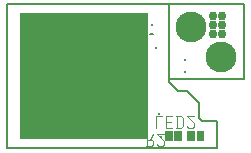
<source format=gbr>
G04 This is an RS-274x file exported by *
G04 gerbv version 2.7.0 *
G04 More information is available about gerbv at *
G04 http://gerbv.geda-project.org/ *
G04 --End of header info--*
%MOIN*%
%FSLAX36Y36*%
%IPPOS*%
G04 --Define apertures--*
%ADD10C,0.0060*%
%ADD11C,0.0040*%
%ADD12C,0.0300*%
%ADD13C,0.1027*%
%ADD14C,0.0001*%
%ADD15C,0.0100*%
G04 --Start main section--*
G54D10*
G01X0485000Y0385000D02*
G01X0495000Y0385000D01*
G01X0547500Y0235000D02*
G01X0547500Y0482500D01*
G01X0547500Y0482500D02*
G01X0545000Y0485000D01*
G54D11*
G01X0470260Y0013500D02*
G01X0490260Y0013500D01*
G01X0490260Y0013500D02*
G01X0495260Y0018500D01*
G01X0495260Y0018500D02*
G01X0495260Y0028500D01*
G01X0490260Y0033500D02*
G01X0495260Y0028500D01*
G01X0475260Y0033500D02*
G01X0490260Y0033500D01*
G01X0475260Y0013500D02*
G01X0475260Y0053500D01*
G01X0483260Y0033500D02*
G01X0495260Y0053500D01*
G01X0507260Y0018500D02*
G01X0512260Y0013500D01*
G01X0512260Y0013500D02*
G01X0527260Y0013500D01*
G01X0527260Y0013500D02*
G01X0532260Y0018500D01*
G01X0532260Y0018500D02*
G01X0532260Y0028500D01*
G01X0507260Y0053500D02*
G01X0532260Y0028500D01*
G01X0507260Y0053500D02*
G01X0532260Y0053500D01*
G01X0506000Y0073500D02*
G01X0506000Y0113500D01*
G01X0506000Y0113500D02*
G01X0526000Y0113500D01*
G01X0538000Y0091500D02*
G01X0553000Y0091500D01*
G01X0538000Y0113500D02*
G01X0558000Y0113500D01*
G01X0538000Y0073500D02*
G01X0538000Y0113500D01*
G01X0538000Y0073500D02*
G01X0558000Y0073500D01*
G01X0575000Y0073500D02*
G01X0575000Y0113500D01*
G01X0588000Y0073500D02*
G01X0595000Y0080500D01*
G01X0595000Y0080500D02*
G01X0595000Y0106500D01*
G01X0588000Y0113500D02*
G01X0595000Y0106500D01*
G01X0570000Y0113500D02*
G01X0588000Y0113500D01*
G01X0570000Y0073500D02*
G01X0588000Y0073500D01*
G01X0607000Y0078500D02*
G01X0612000Y0073500D01*
G01X0612000Y0073500D02*
G01X0627000Y0073500D01*
G01X0627000Y0073500D02*
G01X0632000Y0078500D01*
G01X0632000Y0078500D02*
G01X0632000Y0088500D01*
G01X0607000Y0113500D02*
G01X0632000Y0088500D01*
G01X0607000Y0113500D02*
G01X0632000Y0113500D01*
G01X0000000Y0000000D02*
G54D10*
G01X0707500Y0005000D02*
G01X0007500Y0005000D01*
G01X0547500Y0225000D02*
G01X0577500Y0195000D01*
G01X0577500Y0195000D02*
G01X0607500Y0195000D01*
G01X0647500Y0155000D02*
G01X0607500Y0195000D01*
G01X0797500Y0235000D02*
G01X0547500Y0235000D01*
G01X0547500Y0235000D02*
G01X0547500Y0225000D01*
G01X0007500Y0005000D02*
G01X0007500Y0485000D01*
G01X0647500Y0155000D02*
G01X0647500Y0105000D01*
G01X0647500Y0105000D02*
G01X0657500Y0095000D01*
G01X0657500Y0095000D02*
G01X0707500Y0095000D01*
G01X0707500Y0095000D02*
G01X0707500Y0005000D01*
G01X0007500Y0485000D02*
G01X0797500Y0485000D01*
G01X0797500Y0485000D02*
G01X0797500Y0235000D01*
G01X0000000Y0000000D02*
G54D12*
G01X0725000Y0445000D03*
G01X0725000Y0415000D03*
G01X0695000Y0445000D03*
G01X0695000Y0415000D03*
G01X0695000Y0385000D03*
G01X0725000Y0385000D03*
G54D13*
G01X0722500Y0310000D03*
G54D14*
G36*
G01X0560340Y0061770D02*
G01X0534660Y0061770D01*
G01X0534660Y0028230D01*
G01X0560340Y0028230D01*
G01X0560340Y0061770D01*
G37*
G36*
G01X0591820Y0061770D02*
G01X0566140Y0061770D01*
G01X0566140Y0028230D01*
G01X0591820Y0028230D01*
G01X0591820Y0061770D01*
G37*
G36*
G01X0634600Y0061770D02*
G01X0608920Y0061770D01*
G01X0608920Y0028230D01*
G01X0634600Y0028230D01*
G01X0634600Y0061770D01*
G37*
G36*
G01X0666080Y0061770D02*
G01X0640400Y0061770D01*
G01X0640400Y0028230D01*
G01X0666080Y0028230D01*
G01X0666080Y0061770D01*
G37*
G54D13*
G01X0622500Y0410000D03*
G54D14*
G36*
G01X0052500Y0455000D02*
G01X0052500Y0035000D01*
G01X0477500Y0035000D01*
G01X0477500Y0455000D01*
G01X0052500Y0455000D01*
G37*
G01X0000000Y0000000D02*
G54D15*
G01X0490000Y0415000D03*
G01X0505000Y0340000D03*
G01X0515000Y0120000D03*
G01X0521600Y0041600D03*
G01X0600000Y0300000D03*
G01X0600000Y0260000D03*
G01X0695000Y0445000D03*
G01X0695000Y0415000D03*
G01X0695000Y0385000D03*
G01X0725000Y0445000D03*
G01X0725000Y0415000D03*
G01X0725000Y0385000D03*
M02*

</source>
